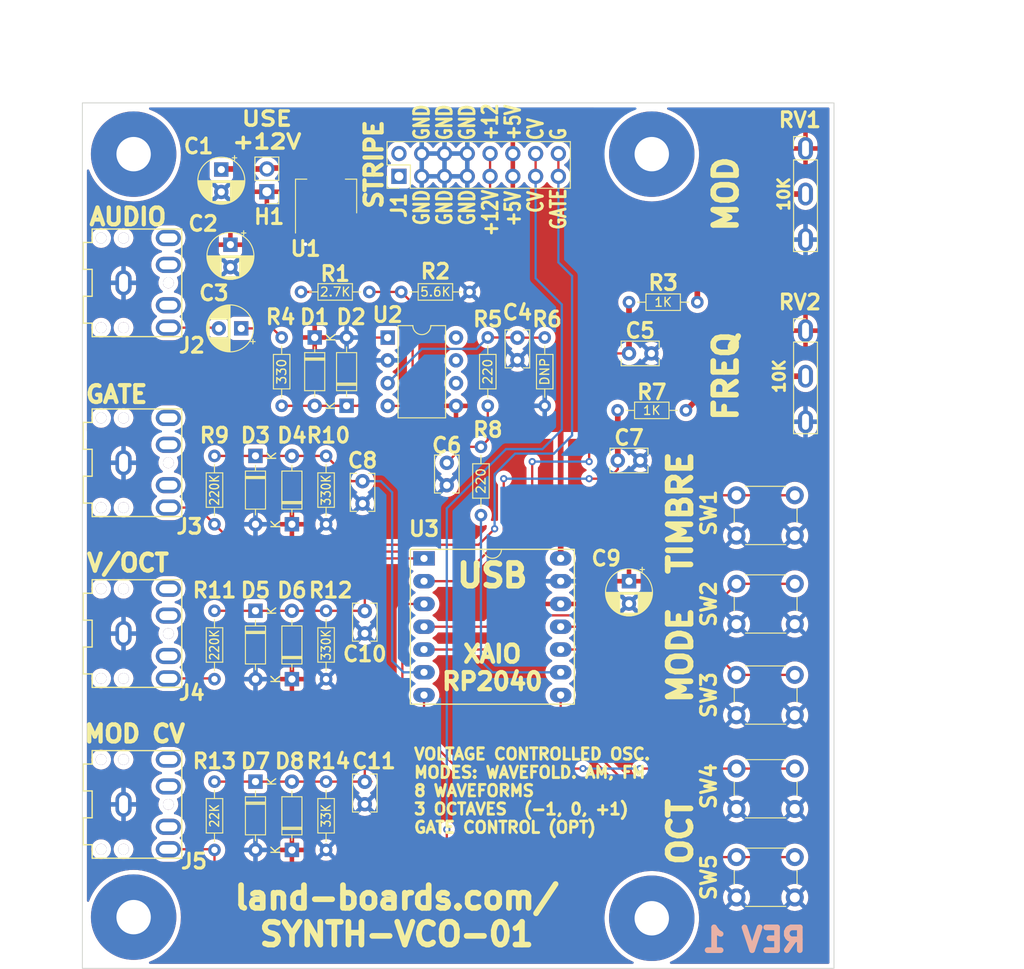
<source format=kicad_pcb>
(kicad_pcb (version 20211014) (generator pcbnew)
  (title_block (title "VOLTAGE CONTROLLED OSC") (date "2022-09-21") (rev "1") (company "LAND BOARDS, LLC"))
  (layers (0 "F.Cu" signal) (31 "B.Cu" signal) (34 "B.Paste" user) (35 "F.Paste" user) (36 "B.SilkS" user "B.Silkscreen") (37 "F.SilkS" user "F.Silkscreen") (38 "B.Mask" user) (39 "F.Mask" user) (44 "Edge.Cuts" user))
  (net 0 "")
  (net 1 "GND")
  (net 2 "+3V3")
  (net 4 "+5V")
  (net 5 "Net-(C3-Pad2)")
  (net 6 "/GATE_CTL")
  (net 7 "/FREQ_POT")
  (net 8 "/VPEROCT_CV")
  (net 9 "/MOD_POT")
  (net 10 "/MOD_CV")
  (net 11 "Net-(D1-Pad2)")
  (net 12 "/PRE_FILT")
  (net 13 "/AUD_OUT")
  (net 14 "/TIMBRE_PB")
  (net 15 "/MODE_UP_PB")
  (net 16 "/MODE_DN_PB")
  (net 18 "+12V")
  (net 19 "/CV")
  (net 20 "/GATE")
  (net 21 "/OCT_UP_PB")
  (net 22 "Net-(C1-Pad1)")
  (net 23 "Net-(C6-Pad1)")
  (net 24 "/OCT_DN_PB")
  (net 29 "/WAV")
  (net 30 "/V_OCT")
  (net 31 "Net-(R1-Pad1)")
  (net 32 "Net-(R3-Pad1)")
  (net 33 "Net-(R7-Pad1)")
  (footprint "Capacitor_THT:CP_Radial_D5.0mm_P2.50mm" (layer "F.Cu") (at 102.87 38.672888 -90)
    (fp_text reference "C2" (at -2.350888 3.048 180) (layer "F.SilkS") (effects (font (size 1.651 1.651) (thickness 0.34925))))
    (fp_text value "10uF")
    (pad "1" thru_hole rect (at 0 0 270) (size 1.6 1.6) (drill 0.8) (layers *.Cu *.Mask) (net 4 "+5V"))
    (pad "2" thru_hole circle (at 2.5 0 270) (size 1.6 1.6) (drill 0.8) (layers *.Cu *.Mask) (net 1 "GND"))
  )
  (footprint "Resistor_THT:R_Axial_DIN0204_L3.6mm_D1.6mm_P7.62mm_Horizontal" (layer "F.Cu") (at 101.092 69.85 90)
    (fp_text reference "R9" (at 9.906 0 180) (layer "F.SilkS") (effects (font (size 1.651 1.651) (thickness 0.34925))))
    (fp_text value "220K" (at 3.81 0 90) (layer "F.SilkS") (effects (font (size 1 0.889))))
    (pad "1" thru_hole circle (at 0 0 90) (size 1.4 1.4) (drill 0.7) (layers *.Cu *.Mask) (net 20 "/GATE"))
    (pad "2" thru_hole oval (at 7.62 0 90) (size 1.4 1.4) (drill 0.7) (layers *.Cu *.Mask) (net 6 "/GATE_CTL"))
  )
  (footprint "Capacitor_THT:CP_Radial_D5.0mm_P2.50mm" (layer "F.Cu") (at 147.32 76.2 -90)
    (fp_text reference "C9" (at -2.54 2.54 180) (layer "F.SilkS") (effects (font (size 1.651 1.651) (thickness 0.34925))))
    (fp_text value "10uF")
    (pad "1" thru_hole rect (at 0 0 270) (size 1.6 1.6) (drill 0.8) (layers *.Cu *.Mask) (net 2 "+3V3"))
    (pad "2" thru_hole circle (at 2.5 0 270) (size 1.6 1.6) (drill 0.8) (layers *.Cu *.Mask) (net 1 "GND"))
  )
  (footprint "Diode_THT:D_DO-35_SOD27_P7.62mm_Horizontal" (layer "F.Cu") (at 115.824 56.642 90)
    (fp_text reference "D2" (at 9.906 0.508) (layer "F.SilkS") (effects (font (size 1.651 1.651) (thickness 0.34925))))
    (fp_text value "BAT41")
    (fp_text user "K" (at 0 -1.8 90) (layer "F.SilkS"))
    (pad "1" thru_hole rect (at 0 0 90) (size 1.6 1.6) (drill 0.8) (layers *.Cu *.Mask) (net 11 "Net-(D1-Pad2)"))
    (pad "2" thru_hole oval (at 7.62 0 90) (size 1.6 1.6) (drill 0.8) (layers *.Cu *.Mask) (net 1 "GND"))
  )
  (footprint "LandBoards_MountHoles:MTG-6-32" (layer "F.Cu") (at 92.075 113.665)
    (fp_text reference "MTG2" hide)
    (fp_text value "MountingHole" hide)
    (pad "1" thru_hole circle locked (at 0 0) (size 9.525 9.525) (drill 3.8354) (layers *.Cu *.Mask) (clearance 0.508))
  )
  (footprint "LandBoards_Conns:Pot3" (layer "F.Cu") (at 167.005 48.26)
    (fp_text reference "RV2" (at -0.635 -3.175) (layer "F.SilkS") (effects (font (size 1.651 1.651) (thickness 0.34925))))
    (fp_text value "10K" (at -2.921 5.08 90) (layer "F.SilkS") (effects (font (size 1.27 1.27) (thickness 0.3175))))
    (pad "1" thru_hole oval locked (at 0 0) (size 1.651 2.54) (drill oval 0.762 1.778) (layers *.Cu *.Mask) (net 2 "+3V3"))
    (pad "2" thru_hole oval locked (at 0 5.08) (size 1.651 2.54) (drill oval 0.762 1.778) (layers *.Cu *.Mask) (net 33 "Net-(R7-Pad1)"))
    (pad "3" thru_hole oval locked (at 0 10.16) (size 1.651 2.54) (drill oval 0.762 1.778) (layers *.Cu *.Mask) (net 1 "GND"))
  )
  (footprint "Diode_THT:D_DO-35_SOD27_P7.62mm_Horizontal" (layer "F.Cu") (at 109.728 87.122 90)
    (fp_text reference "D6" (at 9.906 0) (layer "F.SilkS") (effects (font (size 1.651 1.651) (thickness 0.34925))))
    (fp_text value "BAT41")
    (fp_text user "K" (at 0 -1.8 90) (layer "F.SilkS"))
    (pad "1" thru_hole rect (at 0 0 90) (size 1.6 1.6) (drill 0.8) (layers *.Cu *.Mask) (net 2 "+3V3"))
    (pad "2" thru_hole oval (at 7.62 0 90) (size 1.6 1.6) (drill 0.8) (layers *.Cu *.Mask) (net 8 "/VPEROCT_CV"))
  )
  (footprint "Diode_THT:D_DO-35_SOD27_P7.62mm_Horizontal" (layer "F.Cu") (at 109.728 106.172 90)
    (fp_text reference "D8" (at 9.906 -0.254 180) (layer "F.SilkS") (effects (font (size 1.651 1.651) (thickness 0.34925))))
    (fp_text value "BAT41")
    (fp_text user "K" (at 0 -1.8 90) (layer "F.SilkS"))
    (pad "1" thru_hole rect (at 0 0 90) (size 1.6 1.6) (drill 0.8) (layers *.Cu *.Mask) (net 2 "+3V3"))
    (pad "2" thru_hole oval (at 7.62 0 90) (size 1.6 1.6) (drill 0.8) (layers *.Cu *.Mask) (net 10 "/MOD_CV"))
  )
  (footprint "LandBoards_MountHoles:MTG-6-32" (layer "F.Cu") (at 149.86 28.575)
    (fp_text reference "MTG3" hide)
    (fp_text value "MountingHole" hide)
    (pad "1" thru_hole circle locked (at 0 0) (size 9.525 9.525) (drill 3.8354) (layers *.Cu *.Mask) (clearance 0.508))
  )
  (footprint "Button_Switch_THT:SW_PUSH_6mm_H8.5mm" (layer "F.Cu") (at 159.31 76.49)
    (fp_text reference "SW2" (at -3.1 2.25 90) (layer "F.SilkS") (effects (font (size 1.651 1.651) (thickness 0.34925))))
    (fp_text value "SW_Push")
    (pad "1" thru_hole circle (at 6.5 0 90) (size 2 2) (drill 1.1) (layers *.Cu *.Mask) (net 15 "/MODE_UP_PB"))
    (pad "1" thru_hole circle (at 0 0 90) (size 2 2) (drill 1.1) (layers *.Cu *.Mask) (net 15 "/MODE_UP_PB"))
    (pad "2" thru_hole circle (at 0 4.5 90) (size 2 2) (drill 1.1) (layers *.Cu *.Mask) (net 1 "GND"))
    (pad "2" thru_hole circle (at 6.5 4.5 90) (size 2 2) (drill 1.1) (layers *.Cu *.Mask) (net 1 "GND"))
  )
  (footprint "Diode_THT:D_DO-35_SOD27_P7.62mm_Horizontal" (layer "F.Cu") (at 105.664 79.502 -90)
    (fp_text reference "D5" (at -2.286 0) (layer "F.SilkS") (effects (font (size 1.651 1.651) (thickness 0.34925))))
    (fp_text value "BAT41")
    (fp_text user "K" (at 0 -1.8 90) (layer "F.SilkS"))
    (pad "1" thru_hole rect (at 0 0 270) (size 1.6 1.6) (drill 0.8) (layers *.Cu *.Mask) (net 8 "/VPEROCT_CV"))
    (pad "2" thru_hole oval (at 7.62 0 270) (size 1.6 1.6) (drill 0.8) (layers *.Cu *.Mask) (net 1 "GND"))
  )
  (footprint "Button_Switch_THT:SW_PUSH_6mm_H8.5mm" (layer "F.Cu") (at 165.81 71.12 180)
    (fp_text reference "SW1" (at 9.6 2.54 90) (layer "F.SilkS") (effects (font (size 1.651 1.651) (thickness 0.34925))))
    (fp_text value "SW_Push")
    (pad "1" thru_hole circle (at 0 0 270) (size 2 2) (drill 1.1) (layers *.Cu *.Mask) (net 1 "GND"))
    (pad "1" thru_hole circle (at 6.5 0 270) (size 2 2) (drill 1.1) (layers *.Cu *.Mask) (net 1 "GND"))
    (pad "2" thru_hole circle (at 0 4.5 270) (size 2 2) (drill 1.1) (layers *.Cu *.Mask) (net 14 "/TIMBRE_PB"))
    (pad "2" thru_hole circle (at 6.5 4.5 270) (size 2 2) (drill 1.1) (layers *.Cu *.Mask) (net 14 "/TIMBRE_PB"))
  )
  (footprint "Resistor_THT:R_Axial_DIN0204_L3.6mm_D1.6mm_P7.62mm_Horizontal" (layer "F.Cu") (at 101.092 106.172 90)
    (fp_text reference "R13" (at 9.906 0 180) (layer "F.SilkS") (effects (font (size 1.651 1.651) (thickness 0.34925))))
    (fp_text value "22K" (at 3.81 0 90) (layer "F.SilkS") (effects (font (size 1 0.889))))
    (pad "1" thru_hole circle (at 0 0 90) (size 1.4 1.4) (drill 0.7) (layers *.Cu *.Mask) (net 19 "/CV"))
    (pad "2" thru_hole oval (at 7.62 0 90) (size 1.4 1.4) (drill 0.7) (layers *.Cu *.Mask) (net 10 "/MOD_CV"))
  )
  (footprint "Resistor_THT:R_Axial_DIN0204_L3.6mm_D1.6mm_P7.62mm_Horizontal" (layer "F.Cu") (at 154.94 45.085 180)
    (fp_text reference "R3" (at 3.81 2.159) (layer "F.SilkS") (effects (font (size 1.651 1.651) (thickness 0.34925))))
    (fp_text value "1K" (at 3.81 0) (layer "F.SilkS"))
    (pad "1" thru_hole circle (at 0 0 180) (size 1.4 1.4) (drill 0.7) (layers *.Cu *.Mask) (net 32 "Net-(R3-Pad1)"))
    (pad "2" thru_hole oval (at 7.62 0 180) (size 1.4 1.4) (drill 0.7) (layers *.Cu *.Mask) (net 9 "/MOD_POT"))
  )
  (footprint "Resistor_THT:R_Axial_DIN0204_L3.6mm_D1.6mm_P7.62mm_Horizontal" (layer "F.Cu") (at 118.364 43.942 180)
    (fp_text reference "R1" (at 3.81 2.032) (layer "F.SilkS") (effects (font (size 1.651 1.651) (thickness 0.34925))))
    (fp_text value "2.7K" (at 3.81 0) (layer "F.SilkS"))
    (pad "1" thru_hole circle (at 0 0 180) (size 1.4 1.4) (drill 0.7) (layers *.Cu *.Mask) (net 31 "Net-(R1-Pad1)"))
    (pad "2" thru_hole oval (at 7.62 0 180) (size 1.4 1.4) (drill 0.7) (layers *.Cu *.Mask) (net 11 "Net-(D1-Pad2)"))
  )
  (footprint "LandBoards_Conns:Jack_3.5mm_CUI_SJ1-3523N_Horizontal" (layer "F.Cu") (at 90.948 101.092 90)
    (fp_text reference "J5" (at -6.35 7.858 180) (layer "F.SilkS") (effects (font (size 1.651 1.651) (thickness 0.34925))))
    (fp_text value "AudioJack3" hide)
    (pad "90" thru_hole circle (at -5 -2.5 90) (size 1.2 1.2) (drill 1.2) (layers *.Cu *.Mask))
    (pad "90" thru_hole circle (at 0 5 90) (size 1.2 1.2) (drill 1.2) (layers *.Cu *.Mask))
    (pad "90" thru_hole circle (at 5 -2.5 90) (size 1.2 1.2) (drill 1.2) (layers *.Cu *.Mask))
    (pad "90" thru_hole circle (at 5 0 90) (size 1.2 1.2) (drill 1.2) (layers *.Cu *.Mask))
    (pad "90" thru_hole circle (at -5 0 90) (size 1.2 1.2) (drill 1.2) (layers *.Cu *.Mask))
    (pad "R" thru_hole oval (at 5 5 180) (size 2.8 1.8) (drill oval 2 1) (layers *.Cu *.Mask))
    (pad "RN" thru_hole oval (at 2 5 180) (size 2.8 1.8) (drill oval 2 1) (layers *.Cu *.Mask))
    (pad "S" thru_hole oval (at 0 0 90) (size 2.8 1.8) (drill oval 2 1) (layers *.Cu *.Mask) (net 1 "GND"))
    (pad "T" thru_hole oval (at -5 5 180) (size 2.8 1.8) (drill oval 2 1) (layers *.Cu *.Mask) (net 19 "/CV"))
    (pad "TN" thru_hole oval (at -2.5 5 180) (size 2.8 1.8) (drill oval 2 1) (layers *.Cu *.Mask))
  )
  (footprint "Capacitor_THT:C_Rect_L4.0mm_W2.5mm_P2.50mm" (layer "F.Cu") (at 117.602 65.044 -90)
    (fp_text reference "C8" (at -2.306 0 180) (layer "F.SilkS") (effects (font (size 1.651 1.651) (thickness 0.34925))))
    (fp_text value "0.01uF")
    (pad "1" thru_hole circle (at 0 0 270) (size 1.6 1.6) (drill 0.8) (layers *.Cu *.Mask) (net 6 "/GATE_CTL"))
    (pad "2" thru_hole circle (at 2.5 0 270) (size 1.6 1.6) (drill 0.8) (layers *.Cu *.Mask) (net 1 "GND"))
  )
  (footprint "Capacitor_THT:C_Rect_L4.0mm_W2.5mm_P2.50mm" (layer "F.Cu") (at 117.856 79.522 -90)
    (fp_text reference "C10" (at 4.806 0) (layer "F.SilkS") (effects (font (size 1.651 1.651) (thickness 0.34925))))
    (fp_text value "0.01uF")
    (pad "1" thru_hole circle (at 0 0 270) (size 1.6 1.6) (drill 0.8) (layers *.Cu *.Mask) (net 8 "/VPEROCT_CV"))
    (pad "2" thru_hole circle (at 2.5 0 270) (size 1.6 1.6) (drill 0.8) (layers *.Cu *.Mask) (net 1 "GND"))
  )
  (footprint "Button_Switch_THT:SW_PUSH_6mm_H8.5mm" (layer "F.Cu") (at 165.81 101.6 180)
    (fp_text reference "SW4" (at 9.6 2.54 90) (layer "F.SilkS") (effects (font (size 1.651 1.651) (thickness 0.34925))))
    (fp_text value "SW_Push")
    (pad "1" thru_hole circle (at 6.5 0 270) (size 2 2) (drill 1.1) (layers *.Cu *.Mask) (net 1 "GND"))
    (pad "1" thru_hole circle (at 0 0 270) (size 2 2) (drill 1.1) (layers *.Cu *.Mask) (net 1 "GND"))
    (pad "2" thru_hole circle (at 6.5 4.5 270) (size 2 2) (drill 1.1) (layers *.Cu *.Mask) (net 21 "/OCT_UP_PB"))
    (pad "2" thru_hole circle (at 0 4.5 270) (size 2 2) (drill 1.1) (layers *.Cu *.Mask) (net 21 "/OCT_UP_PB"))
  )
  (footprint "Diode_THT:D_DO-35_SOD27_P7.62mm_Horizontal" (layer "F.Cu") (at 105.664 62.23 -90)
    (fp_text reference "D3" (at -2.286 0 180) (layer "F.SilkS") (effects (font (size 1.651 1.651) (thickness 0.34925))))
    (fp_text value "BAT41")
    (fp_text user "K" (at 0 -1.8 90) (layer "F.SilkS"))
    (pad "1" thru_hole rect (at 0 0 270) (size 1.6 1.6) (drill 0.8) (layers *.Cu *.Mask) (net 6 "/GATE_CTL"))
    (pad "2" thru_hole oval (at 7.62 0 270) (size 1.6 1.6) (drill 0.8) (layers *.Cu *.Mask) (net 1 "GND"))
  )
  (footprint "Capacitor_THT:C_Rect_L4.0mm_W2.5mm_P2.50mm" (layer "F.Cu") (at 127 63 -90)
    (fp_text reference "C6" (at -1.945 0 180) (layer "F.SilkS") (effects (font (size 1.651 1.651) (thickness 0.34925))))
    (fp_text value "10nF")
    (pad "1" thru_hole circle (at 0 0 270) (size 1.6 1.6) (drill 0.8) (layers *.Cu *.Mask) (net 23 "Net-(C6-Pad1)"))
    (pad "2" thru_hole circle (at 2.5 0 270) (size 1.6 1.6) (drill 0.8) (layers *.Cu *.Mask) (net 1 "GND"))
  )
  (footprint "Resistor_THT:R_Axial_DIN0204_L3.6mm_D1.6mm_P7.62mm_Horizontal" (layer "F.Cu") (at 131.572 56.642 90)
    (fp_text reference "R5" (at 9.652 0 180) (layer "F.SilkS") (effects (font (size 1.651 1.651) (thickness 0.34925))))
    (fp_text value "220" (at 3.81 0 90) (layer "F.SilkS"))
    (pad "1" thru_hole circle (at 0 0 90) (size 1.4 1.4) (drill 0.7) (layers *.Cu *.Mask) (net 23 "Net-(C6-Pad1)"))
    (pad "2" thru_hole oval (at 7.62 0 90) (size 1.4 1.4) (drill 0.7) (layers *.Cu *.Mask) (net 12 "/PRE_FILT"))
  )
  (footprint "Resistor_THT:R_Axial_DIN0204_L3.6mm_D1.6mm_P7.62mm_Horizontal" (layer "F.Cu") (at 113.538 69.85 90)
    (fp_text reference "R10" (at 9.906 0.254 180) (layer "F.SilkS") (effects (font (size 1.651 1.651) (thickness 0.34925))))
    (fp_text value "330K" (at 3.81 0 90) (layer "F.SilkS") (effects (font (size 1 0.889))))
    (pad "1" thru_hole circle (at 0 0 90) (size 1.4 1.4) (drill 0.7) (layers *.Cu *.Mask) (net 1 "GND"))
    (pad "2" thru_hole oval (at 7.62 0 90) (size 1.4 1.4) (drill 0.7) (layers *.Cu *.Mask) (net 6 "/GATE_CTL"))
  )
  (footprint "Resistor_THT:R_Axial_DIN0204_L3.6mm_D1.6mm_P7.62mm_Horizontal" (layer "F.Cu") (at 101.092 87.122 90)
    (fp_text reference "R11" (at 9.906 0) (layer "F.SilkS") (effects (font (size 1.651 1.651) (thickness 0.34925))))
    (fp_text value "220K" (at 3.81 0 90) (layer "F.SilkS") (effects (font (size 1 0.889))))
    (pad "1" thru_hole circle (at 0 0 90) (size 1.4 1.4) (drill 0.7) (layers *.Cu *.Mask) (net 30 "/V_OCT"))
    (pad "2" thru_hole oval (at 7.62 0 90) (size 1.4 1.4) (drill 0.7) (layers *.Cu *.Mask) (net 8 "/VPEROCT_CV"))
  )
  (footprint "Capacitor_THT:C_Rect_L4.0mm_W2.5mm_P2.50mm" (layer "F.Cu") (at 117.856 98.572 -90)
    (fp_text reference "C11" (at -2.306 -1.016 180) (layer "F.SilkS") (effects (font (size 1.651 1.651) (thickness 0.34925))))
    (fp_text value "0.01uF")
    (pad "1" thru_hole circle (at 0 0 270) (size 1.6 1.6) (drill 0.8) (layers *.Cu *.Mask) (net 10 "/MOD_CV"))
    (pad "2" thru_hole circle (at 2.5 0 270) (size 1.6 1.6) (drill 0.8) (layers *.Cu *.Mask) (net 1 "GND"))
  )
  (footprint "Diode_THT:D_DO-35_SOD27_P7.62mm_Horizontal" (layer "F.Cu") (at 112.268 49.022 -90)
    (fp_text reference "D1" (at -2.286 0) (layer "F.SilkS") (effects (font (size 1.651 1.651) (thickness 0.34925))))
    (fp_text value "BAT41")
    (fp_text user "K" (at 0 -1.8 90) (layer "F.SilkS"))
    (pad "1" thru_hole rect (at 0 0 270) (size 1.6 1.6) (drill 0.8) (layers *.Cu *.Mask) (net 4 "+5V"))
    (pad "2" thru_hole oval (at 7.62 0 270) (size 1.6 1.6) (drill 0.8) (layers *.Cu *.Mask) (net 11 "Net-(D1-Pad2)"))
  )
  (footprint "Button_Switch_THT:SW_PUSH_6mm_H8.5mm" (layer "F.Cu") (at 159.31 86.65)
    (fp_text reference "SW3" (at -3.1 2.25 90) (layer "F.SilkS") (effects (font (size 1.651 1.651) (thickness 0.34925))))
    (fp_text value "SW_Push")
    (pad "1" thru_hole circle (at 0 0 90) (size 2 2) (drill 1.1) (layers *.Cu *.Mask) (net 16 "/MODE_DN_PB"))
    (pad "1" thru_hole circle (at 6.5 0 90) (size 2 2) (drill 1.1) (layers *.Cu *.Mask) (net 16 "/MODE_DN_PB"))
    (pad "2" thru_hole circle (at 0 4.5 90) (size 2 2) (drill 1.1) (layers *.Cu *.Mask) (net 1 "GND"))
    (pad "2" thru_hole circle (at 6.5 4.5 90) (size 2 2) (drill 1.1) (layers *.Cu *.Mask) (net 1 "GND"))
  )
  (footprint "Diode_THT:D_DO-35_SOD27_P7.62mm_Horizontal" (layer "F.Cu") (at 105.664 98.552 -90)
    (fp_text reference "D7" (at -2.286 0 180) (layer "F.SilkS") (effects (font (size 1.651 1.651) (thickness 0.34925))))
    (fp_text value "BAT41")
    (fp_text user "K" (at 0 -1.8 90) (layer "F.SilkS"))
    (pad "1" thru_hole rect (at 0 0 270) (size 1.6 1.6) (drill 0.8) (layers *.Cu *.Mask) (net 10 "/MOD_CV"))
    (pad "2" thru_hole oval (at 7.62 0 270) (size 1.6 1.6) (drill 0.8) (layers *.Cu *.Mask) (net 1 "GND"))
  )
  (footprint "Package_DIP:DIP-8_W7.62mm" (layer "F.Cu") (at 120.406 49.032)
    (fp_text reference "U2" (at -0.01 -2.55) (layer "F.SilkS") (effects (font (size 1.651 1.651) (thickness 0.34925))))
    (fp_text value "MCP6232")
    (pad "1" thru_hole rect (at 0 0) (size 1.6 1.6) (drill 0.8) (layers *.Cu *.Mask) (net 11 "Net-(D1-Pad2)"))
    (pad "2" thru_hole oval (at 0 2.54) (size 1.6 1.6) (drill 0.8) (layers *.Cu *.Mask) (net 1 "GND"))
    (pad "3" thru_hole oval (at 0 5.08) (size 1.6 1.6) (drill 0.8) (layers *.Cu *.Mask) (net 12 "/PRE_FILT"))
    (pad "4" thru_hole oval (at 0 7.62) (size 1.6 1.6) (drill 0.8) (layers *.Cu *.Mask) (net 31 "Net-(R1-Pad1)"))
    (pad "5" thru_hole oval (at 7.62 7.62) (size 1.6 1.6) (drill 0.8) (layers *.Cu *.Mask) (net 4 "+5V"))
    (pad "6" thru_hole oval (at 7.62 5.08) (size 1.6 1.6) (drill 0.8) (layers *.Cu *.Mask))
    (pad "7" thru_hole oval (at 7.62 2.54) (size 1.6 1.6) (drill 0.8) (layers *.Cu *.Mask))
    (pad "8" thru_hole oval (at 7.62 0) (size 1.6 1.6) (drill 0.8) (layers *.Cu *.Mask))
  )
  (footprint "Resistor_THT:R_Axial_DIN0204_L3.6mm_D1.6mm_P7.62mm_Horizontal" (layer "F.Cu") (at 108.585 49.022 -90)
    (fp_text reference "R4" (at -2.286 0.127) (layer "F.SilkS") (effects (font (size 1.651 1.651) (thickness 0.34925))))
    (fp_text value "330" (at 3.81 0 90) (layer "F.SilkS"))
    (pad "1" thru_hole circle (at 0 0 270) (size 1.4 1.4) (drill 0.7) (layers *.Cu *.Mask) (net 13 "/AUD_OUT"))
    (pad "2" thru_hole oval (at 7.62 0 270) (size 1.4 1.4) (drill 0.7) (layers *.Cu *.Mask) (net 11 "Net-(D1-Pad2)"))
  )
  (footprint "Diode_THT:D_DO-35_SOD27_P7.62mm_Horizontal" (layer "F.Cu") (at 109.728 69.85 90)
    (fp_text reference "D4" (at 9.906 0 180) (layer "F.SilkS") (effects (font (size 1.651 1.651) (thickness 0.34925))))
    (fp_text value "BAT41")
    (fp_text user "K" (at 0 -1.8 90) (layer "F.SilkS"))
    (pad "1" thru_hole rect (at 0 0 90) (size 1.6 1.6) (drill 0.8) (layers *.Cu *.Mask) (net 2 "+3V3"))
    (pad "2" thru_hole oval (at 7.62 0 90) (size 1.6 1.6) (drill 0.8) (layers *.Cu *.Mask) (net 6 "/GATE_CTL"))
  )
  (footprint "Capacitor_THT:C_Rect_L4.0mm_W2.5mm_P2.50mm" (layer "F.Cu") (at 134.874 49.042 -90)
    (fp_text reference "C4" (at -2.814 0 180) (layer "F.SilkS") (effects (font (size 1.651 1.651) (thickness 0.34925))))
    (fp_text value "10nF")
    (pad "1" thru_hole circle (at 0 0 270) (size 1.6 1.6) (drill 0.8) (layers *.Cu *.Mask) (net 12 "/PRE_FILT"))
    (pad "2" thru_hole circle (at 2.5 0 270) (size 1.6 1.6) (drill 0.8) (layers *.Cu *.Mask) (net 1 "GND"))
  )
  (footprint "Connector_PinHeader_2.54mm:PinHeader_2x08_P2.54mm_Vertical" (layer "F.Cu") (at 121.666 31.05 90)
    (fp_text reference "J1" (at -3.24 0 270) (layer "F.SilkS") (effects (font (size 1.5875 1.5875) (thickness 0.34925))))
    (fp_text value "Conn_02x08_Odd_Even")
    (pad "1" thru_hole rect (at 0 0 90) (size 1.7 1.7) (drill 1) (layers *.Cu *.Mask))
    (pad "2" thru_hole oval (at 2.54 0 90) (size 1.7 1.7) (drill 1) (layers *.Cu *.Mask))
    (pad "3" thru_hole oval (at 0 2.54 90) (size 1.7 1.7) (drill 1) (layers *.Cu *.Mask) (net 1 "GND"))
    (pad "4" thru_hole oval (at 2.54 2.54 90) (size 1.7 1.7) (drill 1) (layers *.Cu *.Mask) (net 1 "GND"))
    (pad "5" thru_hole oval (at 0 5.08 90) (size 1.7 1.7) (drill 1) (layers *.Cu *.Mask) (net 1 "GND"))
    (pad "6" thru_hole oval (at 2.54 5.08 90) (size 1.7 1.7) (drill 1) (layers *.Cu *.Mask) (net 1 "GND"))
    (pad "7" thru_hole oval (at 0 7.62 90) (size 1.7 1.7) (drill 1) (layers *.Cu *.Mask) (net 1 "GND"))
    (pad "8" thru_hole oval (at 2.54 7.62 90) (size 1.7 1.7) (drill 1) (layers *.Cu *.Mask) (net 1 "GND"))
    (pad "9" thru_hole oval (at 0 10.16 90) (size 1.7 1.7) (drill 1) (layers *.Cu *.Mask) (net 18 "+12V"))
    (pad "10" thru_hole oval (at 2.54 10.16 90) (size 1.7 1.7) (drill 1) (layers *.Cu *.Mask) (net 18 "+12V"))
    (pad "11" thru_hole oval (at 0 12.7 90) (size 1.7 1.7) (drill 1) (layers *.Cu *.Mask) (net 4 "+5V"))
    (pad "12" thru_hole oval (at 2.54 12.7 90) (size 1.7 1.7) (drill 1) (layers *.Cu *.Mask) (net 4 "+5V"))
    (pad "13" thru_hole oval (at 0 15.24 90) (size 1.7 1.7) (drill 1) (layers *.Cu *.Mask) (net 19 "/CV"))
    (pad "14" thru_hole oval (at 2.54 15.24 90) (size 1.7 1.7) (drill 1) (layers *.Cu *.Mask) (net 19 "/CV"))
    (pad "15" thru_hole oval (at 0 17.78 90) (size 1.7 1.7) (drill 1) (layers *.Cu *.Mask) (net 20 "/GATE"))
    (pad "16" thru_hole oval (at 2.54 17.78 90) (size 1.7 1.7) (drill 1) (layers *.Cu *.Mask) (net 20 "/GATE"))
  )
  (footprint "Resistor_THT:R_Axial_DIN0204_L3.6mm_D1.6mm_P7.62mm_Horizontal" (layer "F.Cu") (at 153.67 57.15 180)
    (fp_text reference "R7" (at 3.81 2.032) (layer "F.SilkS") (effects (font (size 1.651 1.651) (thickness 0.34925))))
    (fp_text value "1K" (at 3.81 0) (layer "F.SilkS"))
    (pad "1" thru_hole circle (at 0 0 180) (size 1.4 1.4) (drill 0.7) (layers *.Cu *.Mask) (net 33 "Net-(R7-Pad1)"))
    (pad "2" thru_hole oval (at 7.62 0 180) (size 1.4 1.4) (drill 0.7) (layers *.Cu *.Mask) (net 7 "/FREQ_POT"))
  )
  (footprint "LandBoards_BoardOutlines:QT_Py" (layer "F.Cu") (at 124.46 73.66)
    (fp_text reference "U3" (at 0 -3.302) (layer "F.SilkS") (effects (font (size 1.651 1.651) (thickness 0.34925))))
    (fp_text value "XIAO_RP2040")
    (pad "1" thru_hole rect (at 0 0) (size 2.4 1.6) (drill 0.8) (layers *.Cu *.Mask) (net 8 "/VPEROCT_CV"))
    (pad "2" thru_hole oval (at 0 2.54) (size 2.4 1.6) (drill 0.8) (layers *.Cu *.Mask) (net 7 "/FREQ_POT"))
    (pad "3" thru_hole oval (at 0 5.08) (size 2.4 1.6) (drill 0.8) (layers *.Cu *.Mask) (net 10 "/MOD_CV"))
    (pad "4" thru_hole oval (at 0 7.62) (size 2.4 1.6) (drill 0.8) (layers *.Cu *.Mask) (net 9 "/MOD_POT"))
    (pad "5" thru_hole oval (at 0 10.16) (size 2.4 1.6) (drill 0.8) (layers *.Cu *.Mask) (net 14 "/TIMBRE_PB"))
    (pad "6" thru_hole oval (at 0 12.7) (size 2.4 1.6) (drill 0.8) (layers *.Cu *.Mask) (net 6 "/GATE_CTL"))
    (pad "7" thru_hole oval (at 0 15.24) (size 2.4 1.6) (drill 0.8) (layers *.Cu *.Mask) (net 21 "/OCT_UP_PB"))
    (pad "8" thru_hole oval (at 15.24 15.24) (size 2.4 1.6) (drill 0.8) (layers *.Cu *.Mask) (net 24 "/OCT_DN_PB"))
    (pad "9" thru_hole oval (at 15.24 12.7) (size 2.4 1.6) (drill 0.8) (layers *.Cu *.Mask) (net 29 "/WAV"))
    (pad "10" thru_hole oval (at 15.24 10.16) (size 2.4 1.6) (drill 0.8) (layers *.Cu *.Mask) (net 16 "/MODE_DN_PB"))
    (pad "11" thru_hole oval (at 15.24 7.62) (size 2.4 1.6) (drill 0.8) (layers *.Cu *.Mask) (net 15 "/MODE_UP_PB"))
    (pad "12" thru_hole oval (at 15.24 5.08) (size 2.4 1.6) (drill 0.8) (layers *.Cu *.Mask) (net 2 "+3V3"))
    (pad "13" thru_hole oval (at 15.24 2.54) (size 2.4 1.6) (drill 0.8) (layers *.Cu *.Mask) (net 1 "GND"))
    (pad "14" thru_hole oval (at 15.24 0) (size 2.4 1.6) (drill 0.8) (layers *.Cu *.Mask) (net 4 "+5V"))
  )
  (footprint "Connector_PinHeader_2.54mm:PinHeader_1x02_P2.54mm_Vertical" (layer "F.Cu") (at 106.934 32.771 180)
    (fp_text reference "H1" (at -0.254 -2.789) (layer "F.SilkS") (effects (font (size 1.651 1.651) (thickness 0.34925))))
    (fp_text value "Conn_01x02")
    (pad "1" thru_hole rect (at 0 0 180) (size 1.7 1.7) (drill 1) (layers *.Cu *.Mask) (net 4 "+5V"))
    (pad "2" thru_hole oval (at 0 2.54 180) (size 1.7 1.7) (drill 1) (layers *.Cu *.Mask) (net 22 "Net-(C1-Pad1)"))
  )
  (footprint "LandBoards_MountHoles:MTG-6-32" (layer "F.Cu") (at 149.86 113.792)
    (fp_text reference "MTG4" hide)
    (fp_text value "MountingHole" hide)
    (pad "1" thru_hole circle locked (at 0 0) (size 9.525 9.525) (drill 3.8354) (layers *.Cu *.Mask) (clearance 0.508))
  )
  (footprint "LandBoards_MountHoles:MTG-6-32" (layer "F.Cu") (at 92.075 28.575)
    (fp_text reference "MTG1" hide)
    (fp_text value "MountingHole" hide)
    (pad "1" thru_hole circle locked (at 0 0) (size 9.525 9.525) (drill 3.8354) (layers *.Cu *.Mask) (clearance 0.508))
  )
  (footprint "Resistor_THT:R_Axial_DIN0204_L3.6mm_D1.6mm_P7.62mm_Horizontal" (layer "F.Cu") (at 113.538 106.172 90)
    (fp_text reference "R14" (at 9.906 0.254 180) (layer "F.SilkS") (effects (font (size 1.651 1.651) (thickness 0.34925))))
    (fp_text value "33K" (at 3.81 0 90) (layer "F.SilkS") (effects (font (size 1 0.889))))
    (pad "1" thru_hole circle (at 0 0 90) (size 1.4 1.4) (drill 0.7) (layers *.Cu *.Mask) (net 1 "GND"))
    (pad "2" thru_hole oval (at 7.62 0 90) (size 1.4 1.4) (drill 0.7) (layers *.Cu *.Mask) (net 10 "/MOD_CV"))
  )
  (footprint "Capacitor_THT:C_Rect_L4.0mm_W2.5mm_P2.50mm" (layer "F.Cu") (at 147.32 50.8)
    (fp_text reference "C5" (at 1.25 -2.54) (layer "F.SilkS") (effects (font (size 1.651 1.651) (thickness 0.34925))))
    (fp_text value "0.1uF")
    (pad "1" thru_hole circle (at 0 0) (size 1.6 1.6) (drill 0.8) (layers *.Cu *.Mask) (net 9 "/MOD_POT"))
    (pad "2" thru_hole circle (at 2.5 0) (size 1.6 1.6) (drill 0.8) (layers *.Cu *.Mask) (net 1 "GND"))
  )
  (footprint "Resistor_THT:R_Axial_DIN0204_L3.6mm_D1.6mm_P7.62mm_Horizontal" (layer "F.Cu") (at 129.54 43.942 180)
    (fp_text reference "R2" (at 3.81 2.286) (layer "F.SilkS") (effects (font (size 1.651 1.651) (thickness 0.34925))))
    (fp_text value "5.6K" (at 3.81 0) (layer "F.SilkS"))
    (pad "1" thru_hole circle (at 0 0 180) (size 1.4 1.4) (drill 0.7) (layers *.Cu *.Mask) (net 1 "GND"))
    (pad "2" thru_hole oval (at 7.62 0 180) (size 1.4 1.4) (drill 0.7) (layers *.Cu *.Mask) (net 31 "Net-(R1-Pad1)"))
  )
  (footprint "Button_Switch_THT:SW_PUSH_6mm_H8.5mm" (layer "F.Cu") (at 159.31 106.97)
    (fp_text reference "SW5" (at -3.1 2.25 90) (layer "F.SilkS") (effects (font (size 1.651 1.651) (thickness 0.34925))))
    (fp_text value "SW_Push")
    (pad "1" thru_hole circle (at 6.5 0 90) (size 2 2) (drill 1.1) (layers *.Cu *.Mask) (net 24 "/OCT_DN_PB"))
    (pad "1" thru_hole circle (at 0 0 90) (size 2 2) (drill 1.1) (layers *.Cu *.Mask) (net 24 "/OCT_DN_PB"))
    (pad "2" thru_hole circle (at 6.5 4.5 90) (size 2 2) (drill 1.1) (layers *.Cu *.Mask) (net 1 "GND"))
    (pad "2" thru_hole circle (at 0 4.5 90) (size 2 2) (drill 1.1) (layers *.Cu *.Mask) (net 1 "GND"))
  )
  (footprint "LandBoards_Conns:Pot3" (layer "F.Cu") (at 167.005 27.945)
    (fp_text reference "RV1" (at -0.635 -3.18) (layer "F.SilkS") (effects (font (size 1.651 1.651) (thickness 0.34925))))
    (fp_text value "10K" (at -2.413 5.075 90) (layer "F.SilkS") (effects (font (size 1.27 1.27) (thickness 0.3175))))
    (pad "1" thru_hole oval locked (at 0 0) (size 1.651 2.54) (drill oval 0.762 1.778) (layers *.Cu *.Mask) (net 2 "+3V3"))
    (pad "2" thru_hole oval locked (at 0 5.08) (size 1.651 2.54) (drill oval 0.762 1.778) (layers *.Cu *.Mask) (net 32 "Net-(R3-Pad1)"))
    (pad "3" thru_hole oval locked (at 0 10.16) (size 1.651 2.54) (drill oval 0.762 1.778) (layers *.Cu *.Mask) (net 1 "GND"))
  )
  (footprint "Resistor_THT:R_Axial_DIN0204_L3.6mm_D1.6mm_P7.62mm_Horizontal" (layer "F.Cu") (at 137.922 49.022 -90)
    (fp_text reference "R6" (at -2.032 -0.254 180) (layer "F.SilkS") (effects (font (size 1.651 1.651) (thickness 0.34925))))
    (fp_text value "DNP" (at 3.81 0 90) (layer "F.SilkS"))
    (pad "1" thru_hole circle (at 0 0 270) (size 1.4 1.4) (drill 0.7) (layers *.Cu *.Mask) (net 12 "/PRE_FILT"))
    (pad "2" thru_hole oval (at 7.62 0 270) (size 1.4 1.4) (drill 0.7) (layers *.Cu *.Mask) (net 1 "GND"))
  )
  (footprint "Resistor_THT:R_Axial_DIN0204_L3.6mm_D1.6mm_P7.62mm_Horizontal" (layer "F.Cu") (at 130.81 68.834 90)
    (fp_text reference "R8" (at 9.525 0.762 180) (layer "F.SilkS") (effects (font (size 1.651 1.651) (thickness 0.34925))))
    (fp_text value "220" (at 3.81 0 90) (layer "F.SilkS"))
    (pad "1" thru_hole circle (at 0 0 90) (size 1.4 1.4) (drill 0.7) (layers *.Cu *.Mask) (net 29 "/WAV"))
    (pad "2" thru_hole oval (at 7.62 0 90) (size 1.4 1.4) (drill 0.7) (layers *.Cu *.Mask) (net 23 "Net-(C6-Pad1)"))
  )
  (footprint "LandBoards_Conns:Jack_3.5mm_CUI_SJ1-3523N_Horizontal" (layer "F.Cu") (at 90.948 62.992 90)
    (fp_text reference "J3" (at -7.112 7.35 180) (layer "F.SilkS") (effects (font (size 1.651 1.651) (thickness 0.34925))))
    (fp_text value "AudioJack3" hide)
    (pad "90" thru_hole circle (at -5 -2.5 90) (size 1.2 1.2) (drill 1.2) (layers *.Cu *.Mask))
    (pad "90" thru_hole circle (at 5 0 90) (size 1.2 1.2) (drill 1.2) (layers *.Cu *.Mask))
    (pad "90" thru_hole circle (at 5 -2.5 90) (size 1.2 1.2) (drill 1.2) (layers *.Cu *.Mask))
    (pad "90" thru_hole circle (at 0 5 90) (size 1.2 1.2) (drill 1.2) (layers *.Cu *.Mask))
    (pad "90" thru_hole circle (at -5 0 90) (size 1.2 1.2) (drill 1.2) (layers *.Cu *.Mask))
    (pad "R" thru_hole oval (at 5 5 180) (size 2.8 1.8) (drill oval 2 1) (layers *.Cu *.Mask))
    (pad "RN" thru_hole oval (at 2 5 180) (size 2.8 1.8) (drill oval 2 1) (layers *.Cu *.Mask))
    (pad "S" thru_hole oval (at 0 0 90) (size 2.8 1.8) (drill oval 2 1) (layers *.Cu *.Mask) (net 1 "GND"))
    (pad "T" thru_hole oval (at -5 5 180) (size 2.8 1.8) (drill oval 2 1) (layers *.Cu *.Mask) (net 20 "/GATE"))
    (pad "TN" thru_hole oval (at -2.5 5 180) (size 2.8 1.8) (drill oval 2 1) (layers *.Cu *.Mask))
  )
  (footprint "Capacitor_THT:CP_Radial_D5.0mm_P2.50mm" (layer "F.Cu") (at 104.075113 48.006 180)
    (fp_text reference "C3" (at 3.048 3.937) (layer "F.SilkS") (effects (font (size 1.651 1.651) (thickness 0.34925))))
    (fp_text value "10uF")
    (pad "1" thru_hole rect (at 0 0 180) (size 1.6 1.6) (drill 0.8) (layers *.Cu *.Mask) (net 13 "/AUD_OUT"))
    (pad "2" thru_hole circle (at 2.5 0 180) (size 1.6 1.6) (drill 0.8) (layers *.Cu *.Mask) (net 5 "Net-(C3-Pad2)"))
  )
  (footprint "LandBoards_Conns:Jack_3.5mm_CUI_SJ1-3523N_Horizontal" (layer "F.Cu") (at 90.948 82.042 90)
    (fp_text reference "J4" (at -6.604 7.604 180) (layer "F.SilkS") (effects (font (size 1.651 1.651) (thickness 0.34925))))
    (fp_text value "AudioJack3" hide)
    (pad "90" thru_hole circle (at 5 -2.5 90) (size 1.2 1.2) (drill 1.2) (layers *.Cu *.Mask))
    (pad "90" thru_hole circle (at 5 0 90) (size 1.2 1.2) (drill 1.2) (layers *.Cu *.Mask))
    (pad "90" thru_hole circle (at 0 5 90) (size 1.2 1.2) (drill 1.2) (layers *.Cu *.Mask))
    (pad "90" thru_hole circle (at -5 0 90) (size 1.2 1.2) (drill 1.2) (layers *.Cu *.Mask))
    (pad "90" thru_hole circle (at -5 -2.5 90) (size 1.2 1.2) (drill 1.2) (layers *.Cu *.Mask))
    (pad "R" thru_hole oval (at 5 5 180) (size 2.8 1.8) (drill oval 2 1) (layers *.Cu *.Mask))
    (pad "RN" thru_hole oval (at 2 5 180) (size 2.8 1.8) (drill oval 2 1) (layers *.Cu *.Mask))
    (pad "S" thru_hole oval (at 0 0 90) (size 2.8 1.8) (drill oval 2 1) (layers *.Cu *.Mask) (net 1 "GND"))
    (pad "T" thru_hole oval (at -5 5 180) (size 2.8 1.8) (drill oval 2 1) (layers *.Cu *.Mask) (net 30 "/V_OCT"))
    (pad "TN" thru_hole oval (at -2.5 5 180) (size 2.8 1.8) (drill oval 2 1) (layers *.Cu *.Mask))
  )
  (footprint "Capacitor_THT:CP_Radial_D5.0mm_P2.50mm" (layer "F.Cu") (at 101.854 30.290888 -90)
    (fp_text reference "C1" (at -2.604888 2.54 180) (layer "F.SilkS") (effects (font (size 1.651 1.651) (thickness 0.34925))))
    (fp_text value "10uF")
    (pad "1" thru_hole rect (at 0 0 270) (size 1.6 1.6) (drill 0.8) (layers *.Cu *.Mask) (net 22 "Net-(C1-Pad1)"))
    (pad "2" thru_hole circle (at 2.5 0 270) (size 1.6 1.6) (drill 0.8) (layers *.Cu *.Mask) (net 1 "GND"))
  )
  (footprint "LandBoards_Conns:Jack_3.5mm_CUI_SJ1-3523N_Horizontal" (layer "F.Cu") (at 90.948 42.926 90)
    (fp_text reference "J2" (at -6.985 7.62 180) (layer "F.SilkS") (effects (font (size 1.651 1.651) (thickness 0.34925))))
    (fp_text value "AudioJack3" hide)
    (pad "90" thru_hole circle (at 5 0 90) (size 1.2 1.2) (drill 1.2) (layers *.Cu *.Mask))
    (pad "90" thru_hole circle (at 5 -2.5 90) (size 1.2 1.2) (drill 1.2) (layers *.Cu *.Mask))
    (pad "90" thru_hole circle (at -5 0 90) (size 1.2 1.2) (drill 1.2) (layers *.Cu *.Mask))
    (pad "90" thru_hole circle (at 0 5 90) (size 1.2 1.2) (drill 1.2) (layers *.Cu *.Mask))
    (pad "90" thru_hole circle (at -5 -2.5 90) (size 1.2 1.2) (drill 1.2) (layers *.Cu *.Mask))
    (pad "R" thru_hole oval (at 5 5 180) (size 2.8 1.8) (drill oval 2 1) (layers *.Cu *.Mask))
    (pad "RN" thru_hole oval (at 2 5 180) (size 2.8 1.8) (drill oval 2 1) (layers *.Cu *.Mask))
    (pad "S" thru_hole oval (at 0 0 90) (size 2.8 1.8) (drill oval 2 1) (layers *.Cu *.Mask) (net 1 "GND"))
    (pad "T" thru_hole oval (at -5 5 180) (size 2.8 1.8) (drill oval 2 1) (layers *.Cu *.Mask) (net 5 "Net-(C3-Pad2)"))
    (pad "TN" thru_hole oval (at -2.5 5 180) (size 2.8 1.8) (drill oval 2 1) (layers *.Cu *.Mask))
  )
  (footprint "Resistor_THT:R_Axial_DIN0204_L3.6mm_D1.6mm_P7.62mm_Horizontal" (layer "F.Cu") (at 113.538 87.122 90)
    (fp_text reference "R12" (at 9.906 0.508) (layer "F.SilkS") (effects (font (size 1.651 1.651) (thickness 0.34925))))
    (fp_text value "330K" (at 3.81 0 90) (layer "F.SilkS") (effects (font (size 1 0.889))))
    (pad "1" thru_hole circle (at 0 0 90) (size 1.4 1.4) (drill 0.7) (layers *.Cu *.Mask) (net 1 "GND"))
    (pad "2" thru_hole oval (at 7.62 0 90) (size 1.4 1.4) (drill 0.7) (layers *.Cu *.Mask) (net 8 "/VPEROCT_CV"))
  )
  (footprint "Package_TO_SOT_SMD:SOT-223" (layer "F.Cu") (at 113.538 33.274 90)
    (fp_text reference "U1" (at -5.842 -2.286 180) (layer "F.SilkS") (effects (font (size 1.651 1.651) (thickness 0.34925))))
    (fp_text value "AZ1117-5")
    (pad "1" smd rect (at -3.15 -2.3 90) (size 2 1.5) (layers "F.Cu" "F.Paste" "F.Mask") (net 1 "GND"))
    (pad "2" smd rect (at -3.15 0 90) (size 2 1.5) (layers "F.Cu" "F.Paste" "F.Mask") (net 22 "Net-(C1-Pad1)"))
    (pad "3" smd rect (at -3.15 2.3 90) (size 2 1.5) (layers "F.Cu" "F.Paste" "F.Mask") (net 18 "+12V"))
    (pad "4" smd rect (at 3.15 0 90) (size 2 3.8) (layers "F.Cu" "F.Paste" "F.Mask") (net 22 "Net-(C1-Pad1)"))
  )
  (footprint "Capacitor_THT:C_Rect_L4.0mm_W2.5mm_P2.50mm" (layer "F.Cu") (at 146.07 62.738)
    (fp_text reference "C7" (at 1.25 -2.54) (layer "F.SilkS") (effects (font (size 1.651 1.651) (thickness 0.34925))))
    (fp_text value "0.1uF")
    (pad "1" thru_hole circle (at 0 0) (size 1.6 1.6) (drill 0.8) (layers *.Cu *.Mask) (net 7 "/FREQ_POT"))
    (pad "2" thru_hole circle (at 2.5 0) (size 1.6 1.6) (drill 0.8) (layers *.Cu *.Mask) (net 1 "GND"))
  )
  (gr_rect (start 86.36 22.86) (end 170.18 119.38) (layer "Edge.Cuts") (width 0.1) (fill none))
  (gr_text "REV 1" (at 161.29 116.205) (layer "B.SilkS") (effects (font (size 2.54 2.54) (thickness 0.635)) (justify mirror)))
  (gr_text "XAIO\nRP2040" (at 132.08 85.852) (layer "F.SilkS") (effects (font (size 1.905 1.905) (thickness 0.47625))))
  (gr_text "STRIPE" (at 118.872 29.718 90) (layer "F.SilkS") (effects (font (size 1.905 1.905) (thickness 0.47625))))
  (gr_text "MOD" (at 158.115 33.02 90) (layer "F.SilkS") (effects (font (size 2.54 2.54) (thickness 0.635))))
  (gr_text "GND" (at 126.746 27.178 90) (layer "F.SilkS") (effects (font (size 1.651 1.27) (thickness 0.3175)) (justify left)))
  (gr_text "GND" (at 129.286 27.178 90) (layer "F.SilkS") (effects (font (size 1.651 1.27) (thickness 0.3175)) (justify left)))
  (gr_text "GATE" (at 90.17 55.372) (layer "F.SilkS") (effects (font (size 1.8796 1.905) (thickness 0.4699))))
  (gr_text "CV" (at 136.906 32.512 90) (layer "F.SilkS") (effects (font (size 1.651 1.27) (thickness 0.3175)) (justify right)))
  (gr_text "AUDIO" (at 91.44 35.56) (layer "F.SilkS") (effects (font (size 1.8796 1.905) (thickness 0.4699))))
  (gr_text "+5V" (at 134.366 27.18 90) (layer "F.SilkS") (effects (font (size 1.651 1.27) (thickness 0.3175)) (justify left)))
  (gr_text "OCT" (at 153.035 104.14 90) (layer "F.SilkS") (effects (font (size 2.54 2.54) (thickness 0.635))))
  (gr_text "land-boards.com/\nSYNTH-VCO-01" (at 121.412 113.538) (layer "F.SilkS") (effects (font (size 2.54 2.54) (thickness 0.635))))
  (gr_text "GND" (at 124.206 32.38 90) (layer "F.SilkS") (effects (font (size 1.651 1.27) (thickness 0.3175)) (justify right)))
  (gr_text "V/OCT" (at 91.44 74.168) (layer "F.SilkS") (effects (font (size 1.905 1.905) (thickness 0.47625))))
  (gr_text "+12V" (at 131.856 32.38 90) (layer "F.SilkS") (effects (font (size 1.651 1.27) (thickness 0.3175)) (justify right)))
  (gr_text "TIMBRE" (at 153.035 68.58 90) (layer "F.SilkS") (effects (font (size 2.54 2.54) (thickness 0.635))))
  (gr_text "+5V" (at 134.366 32.512 90) (layer "F.SilkS") (effects (font (size 1.651 1.27) (thickness 0.3175)) (justify right)))
  (gr_text "GND" (at 129.286 32.38 90) (layer "F.SilkS") (effects (font (size 1.651 1.27) (thickness 0.3175)) (justify right)))
  (gr_text "GATE" (at 139.446 32.258 90) (layer "F.SilkS") (effects (font (size 1.651 1.27) (thickness 0.3175)) (justify right)))
  (gr_text "MOD CV" (at 92.202 93.218) (layer "F.SilkS") (effects (font (size 1.905 1.905) (thickness 0.47625))))
  (gr_text "CV" (at 136.906 27.178 90) (layer "F.SilkS") (effects (font (size 1.651 1.27) (thickness 0.3175)) (justify left)))
  (gr_text "USB" (at 132.08 75.565) (layer "F.SilkS") (effects (font (size 2.54 2.54) (thickness 0.635))))
  (gr_text "FREQ" (at 158.115 53.34 90) (layer "F.SilkS") (effects (font (size 2.54 2.54) (thickness 0.635))))
  (gr_text "+12" (at 131.826 27.18 90) (layer "F.SilkS") (effects (font (size 1.651 1.27) (thickness 0.3175)) (justify left)))
  (gr_text "GND" (at 124.206 27.178 90) (layer "F.SilkS") (effects (font (size 1.651 1.27) (thickness 0.3175)) (justify left)))
  (gr_text "MODE" (at 153.035 84.455 90) (layer "F.SilkS") (effects (font (size 2.54 2.54) (thickness 0.635))))
  (gr_text "VOLTAGE CONTROLLED OSC.\nMODES: WAVEFOLD. AM, FM\n8 WAVEFORMS\n3 OCTAVES  (-1, 0, +1)\nGATE CONTROL (OPT)" (at 123.19 99.568) (layer "F.SilkS") (effects (font (size 1.27 1.27) (thickness 0.3175)) (justify left)))
  (gr_text "GND" (at 126.746 32.38 90) (layer "F.SilkS") (effects (font (size 1.651 1.27) (thickness 0.3175)) (justify right)))
  (gr_text "G" (at 139.446 27.178 90) (layer "F.SilkS") (effects (font (size 1.651 1.27) (thickness 0.3175)) (justify left)))
  (gr_text "USE\n+12V" (at 106.934 25.908) (layer "F.SilkS") (effects (font (size 1.5875 1.905) (thickness 0.381))))
  (segment (start 111.238 38.622) (end 111.238 36.424) (width 0.254) (layer "F.Cu") (net 1))
  (via (at 111.238 38.622) (size 0.8) (drill 0.4) (layers "F.Cu" "B.Cu") (net 1))
  (segment (start 144.145 76.2) (end 147.32 76.2) (width 0.254) (layer "F.Cu") (net 2))
  (segment (start 141.605 78.74) (end 144.145 76.2) (width 0.254) (layer "F.Cu") (net 2))
  (segment (start 139.7 78.74) (end 141.605 78.74) (width 0.254) (layer "F.Cu") (net 2))
  (segment (start 139.7 73.66) (end 139.7 58.42) (width 0.635) (layer "F.Cu") (net 4))
  (segment (start 95.948 47.926) (end 101.495113 47.926) (width 0.254) (layer "F.Cu") (net 5))
  (segment (start 109.728 62.23) (end 113.538 62.23) (width 0.254) (layer "F.Cu") (net 6))
  (segment (start 101.092 62.23) (end 109.982 62.23) (width 0.254) (layer "F.Cu") (net 6))
  (segment (start 116.352 65.044) (end 113.538 62.23) (width 0.254) (layer "F.Cu") (net 6))
  (segment (start 117.602 65.044) (end 116.352 65.044) (width 0.254) (layer "F.Cu") (net 6))
  (segment (start 124.46 86.36) (end 122.174 86.36) (width 0.254) (layer "B.Cu") (net 6))
  (segment (start 122.174 86.36) (end 120.904 85.09) (width 0.254) (layer "B.Cu") (net 6))
  (segment (start 120.904 85.09) (end 120.904 66.294) (width 0.254) (layer "B.Cu") (net 6))
  (segment (start 117.602 65.044) (end 119.654 65.044) (width 0.254) (layer "B.Cu") (net 6))
  (segment (start 119.654 65.044) (end 120.904 66.294) (width 0.254) (layer "B.Cu") (net 6))
  (segment (start 142.875 64.77) (end 145.034 64.77) (width 0.254) (layer "F.Cu") (net 7))
  (segment (start 133.35 71.12) (end 133.35 64.77) (width 0.254) (layer "F.Cu") (net 7))
  (segment (start 124.46 76.2) (end 128.27 76.2) (width 0.254) (layer "F.Cu") (net 7))
  (segment (start 128.27 76.2) (end 133.35 71.12) (width 0.254) (layer "F.Cu") (net 7))
  (segment (start 146.07 63.734) (end 146.07 61.976) (width 0.254) (layer "F.Cu") (net 7))
  (segment (start 146.07 61.976) (end 146.07 57.17) (width 0.635) (layer "F.Cu") (net 7))
  (segment (start 145.034 64.77) (end 146.07 63.734) (width 0.254) (layer "F.Cu") (net 7))
  (via (at 133.35 64.77) (size 0.8) (drill 0.4) (layers "F.Cu" "B.Cu") (net 7))
  (via (at 142.875 64.77) (size 0.8) (drill 0.4) (layers "F.Cu" "B.Cu") (net 7))
  (segment (start 133.35 64.77) (end 142.875 64.77) (width 0.254) (layer "B.Cu") (net 7))
  (segment (start 113.538 79.502) (end 117.836 79.502) (width 0.254) (layer "F.Cu") (net 8))
  (segment (start 119.888 73.66) (end 117.856 75.692) (width 0.254) (layer "F.Cu") (net 8))
  (segment (start 109.728 79.502) (end 113.538 79.502) (width 0.254) (layer "F.Cu") (net 8))
  (segment (start 101.092 79.502) (end 105.664 79.502) (width 0.254) (layer "F.Cu") (net 8))
  (segment (start 117.856 75.692) (end 117.856 79.522) (width 0.254) (layer "F.Cu") (net 8))
  (segment (start 124.46 73.66) (end 119.888 73.66) (width 0.254) (layer "F.Cu") (net 8))
  (segment (start 109.728 79.502) (end 105.664 79.502) (width 0.254) (layer "F.Cu") (net 8))
  (segment (start 136.525 76.2) (end 136.525 62.865) (width 0.254) (layer "F.Cu") (net 9))
  (segment (start 142.875 62.865) (end 142.875 52.705) (width 0.254) (layer "F.Cu") (net 9))
  (segment (start 142.875 52.705) (end 144.78 50.8) (width 0.254) (layer "F.Cu") (net 9))
  (segment (start 131.445 81.28) (end 136.525 76.2) (width 0.254) (layer "F.Cu") (net 9))
  (segment (start 144.78 50.8) (end 147.32 50.8) (width 0.254) (layer "F.Cu") (net 9))
  (segment (start 147.32 50.8) (end 147.32 45.085) (width 0.635) (layer "F.Cu") (net 9))
  (segment (start 124.46 81.28) (end 131.445 81.28) (width 0.254) (layer "F.Cu") (net 9))
  (via (at 142.875 62.865) (size 0.8) (drill 0.4) (layers "F.Cu" "B.Cu") (net 9))
  (via (at 136.525 62.865) (size 0.8) (drill 0.4) (layers "F.Cu" "B.Cu") (net 9))
  (segment (start 136.525 62.865) (end 142.875 62.865) (width 0.254) (layer "B.Cu") (net 9))
  (segment (start 101.6 98.552) (end 113.538 98.552) (width 0.254) (layer "F.Cu") (net 10))
  (segment (start 122.047 79.375) (end 122.047 92.329) (width 0.254) (layer "F.Cu") (net 10))
  (segment (start 113.538 98.552) (end 118.598 98.552) (width 0.254) (layer "F.Cu") (net 10))
  (segment (start 117.856 96.52) (end 117.856 98.572) (width 0.254) (layer "F.Cu") (net 10))
  (segment (start 122.047 92.329) (end 117.856 96.52) (width 0.254) (layer "F.Cu") (net 10))
  (segment (start 124.46 78.74) (end 122.682 78.74) (width 0.254) (layer "F.Cu") (net 10))
  (segment (start 122.682 78.74) (end 122.047 79.375) (width 0.254) (layer "F.Cu") (net 10))
  (segment (start 120.406 49.032) (end 118.608 49.032) (width 0.254) (layer "F.Cu") (net 11))
  (segment (start 117.856 49.784) (end 117.856 48.800978) (width 0.254) (layer "F.Cu") (net 11))
  (segment (start 108.585 56.642) (end 112.268 56.642) (width 0.254) (layer "F.Cu") (net 11))
  (segment (start 117.094 56.642) (end 115.824 56.642) (width 0.254) (layer "F.Cu") (net 11))
  (segment (start 117.856 48.800978) (end 112.997022 43.942) (width 0.254) (layer "F.Cu") (net 11))
  (segment (start 112.268 56.642) (end 115.824 56.642) (width 0.254) (layer "F.Cu") (net 11))
  (segment (start 117.856 55.88) (end 117.094 56.642) (width 0.254) (layer "F.Cu") (net 11))
  (segment (start 117.856 49.784) (end 117.856 55.88) (width 0.254) (layer "F.Cu") (net 11))
  (segment (start 112.997022 43.942) (end 110.744 43.942) (width 0.254) (layer "F.Cu") (net 11))
  (segment (start 118.608 49.032) (end 117.856 49.784) (width 0.254) (layer "F.Cu") (net 11))
  (segment (start 131.572 49.022) (end 134.854 49.022) (width 0.254) (layer "F.Cu") (net 12))
  (segment (start 134.874 49.042) (end 137.902 49.042) (width 0.254) (layer "F.Cu") (net 12))
  (segment (start 120.406 54.112) (end 124.226 50.292) (width 0.254) (layer "B.Cu") (net 12))
  (segment (start 124.226 50.292) (end 130.302 50.292) (width 0.254) (layer "B.Cu") (net 12))
  (segment (start 130.302 50.292) (end 131.572 49.022) (width 0.254) (layer "B.Cu") (net 12))
  (segment (start 104.075113 48.006) (end 107.569 48.006) (width 0.254) (layer "F.Cu") (net 13))
  (segment (start 107.569 48.006) (end 108.585 49.022) (width 0.254) (layer "F.Cu") (net 13))
  (segment (start 159.31 66.62) (end 165.81 66.62) (width 0.254) (layer "F.Cu") (net 14))
  (segment (start 152.908 80.01) (end 154.94 77.978) (width 0.254) (layer "F.Cu") (net 14))
  (segment (start 154.94 77.978) (end 154.94 69.088) (width 0.254) (layer "F.Cu") (net 14))
  (segment (start 124.46 83.82) (end 132.715 83.82) (width 0.254) (layer "F.Cu") (net 14))
  (segment (start 154.94 69.088) (end 157.408 66.62) (width 0.254) (layer "F.Cu") (net 14))
  (segment (start 132.715 83.82) (end 136.525 80.01) (width 0.254) (layer "F.Cu") (net 14))
  (segment (start 136.525 80.01) (end 152.908 80.01) (width 0.254) (layer "F.Cu") (net 14))
  (segment (start 157.408 66.62) (end 159.31 66.62) (width 0.254) (layer "F.Cu") (net 14))
  (segment (start 159.31 76.49) (end 165.81 76.49) (width 0.254) (layer "F.Cu") (net 15))
  (segment (start 139.7 81.28) (end 154.52 81.28) (width 0.254) (layer "F.Cu") (net 15))
  (segment (start 154.52 81.28) (end 159.31 76.49) (width 0.254) (layer "F.Cu") (net 15))
  (segment (start 156.48 83.82) (end 159.31 86.65) (width 0.254) (layer "F.Cu") (net 16))
  (segment (start 159.31 86.65) (end 165.81 86.65) (width 0.254) (layer "F.Cu") (net 16))
  (segment (start 139.7 83.82) (end 156.48 83.82) (width 0.254) (layer "F.Cu") (net 16))
  (segment (start 115.838 36.424) (end 128.93 36.424) (width 0.635) (layer "F.Cu") (net 18))
  (segment (start 128.93 36.424) (end 131.826 33.528) (width 0.635) (layer "F.Cu") (net 18))
  (segment (start 131.826 33.528) (end 131.826 31.05) (width 0.254) (layer "F.Cu") (net 18))
  (segment (start 131.826 31.05) (end 131.826 28.51) (width 0.254) (layer "F.Cu") (net 18))
  (segment (start 127 106.172) (end 127 103.886) (width 0.254) (layer "F.Cu") (net 19))
  (segment (start 136.906 28.51) (end 136.906 31.05) (width 0.254) (layer "F.Cu") (net 19))
  (segment (start 124.46 108.712) (end 127 106.172) (width 0.254) (layer "F.Cu") (net 19))
  (segment (start 102.108 108.712) (end 124.46 108.712) (width 0.254) (layer "F.Cu") (net 19))
  (segment (start 95.948 106.092) (end 101.012 106.092) (width 0.254) (layer "F.Cu") (net 19))
  (segment (start 101.092 106.172) (end 101.092 107.696) (width 0.254) (layer "F.Cu") (net 19))
  (segment (start 101.092 107.696) (end 102.108 108.712) (width 0.254) (layer "F.Cu") (net 19))
  (via (at 127 103.886) (size 0.8) (drill 0.4) (layers "F.Cu" "B.Cu") (net 19))
  (segment (start 137.668 61.468) (end 133.604 61.468) (width 0.254) (layer "B.Cu") (net 19))
  (segment (start 127 68.072) (end 133.604 61.468) (width 0.254) (layer "B.Cu") (net 19))
  (segment (start 136.906 31.05) (end 136.906 42.418) (width 0.254) (layer "B.Cu") (net 19))
  (segment (start 139.827 45.339) (end 139.827 59.309) (width 0.254) (layer "B.Cu") (net 19))
  (segment (start 127 103.886) (end 127 68.072) (width 0.254) (layer "B.Cu") (net 19))
  (segment (start 139.827 59.309) (end 137.668 61.468) (width 0.254) (layer "B.Cu") (net 19))
  (segment (start 136.906 42.418) (end 139.827 45.339) (width 0.254) (layer "B.Cu") (net 19))
  (segment (start 99.234 67.992) (end 101.092 69.85) (width 0.254) (layer "F.Cu") (net 20))
  (segment (start 130.556 72.136) (end 132.334 70.358) (width 0.254) (layer "F.Cu") (net 20))
  (segment (start 103.378 72.136) (end 130.556 72.136) (width 0.254) (layer "F.Cu") (net 20))
  (segment (start 139.446 28.51) (end 139.446 31.05) (width 0.254) (layer "F.Cu") (net 20))
  (segment (start 101.092 69.85) (end 103.378 72.136) (width 0.254) (layer "F.Cu") (net 20))
  (segment (start 95.948 67.992) (end 99.234 67.992) (width 0.254) (layer "F.Cu") (net 20))
  (via (at 132.334 70.358) (size 0.8) (drill 0.4) (layers "F.Cu" "B.Cu") (net 20))
  (segment (start 139.446 31.05) (end 139.446 40.64) (width 0.254) (layer "B.Cu") (net 20))
  (segment (start 140.97 59.944) (end 140.97 42.164) (width 0.254) (layer "B.Cu") (net 20))
  (segment (start 132.334 70.358) (end 132.334 64.262) (width 0.254) (layer "B.Cu") (net 20))
  (segment (start 138.938 61.976) (end 140.97 59.944) (width 0.254) (layer "B.Cu") (net 20))
  (segment (start 134.62 61.976) (end 138.938 61.976) (width 0.254) (layer "B.Cu") (net 20))
  (segment (start 132.334 64.262) (end 134.62 61.976) (width 0.254) (layer "B.Cu") (net 20))
  (segment (start 139.446 40.64) (end 140.97 42.164) (width 0.254) (layer "B.Cu") (net 20))
  (segment (start 165.81 97.1) (end 159.31 97.1) (width 0.254) (layer "F.Cu") (net 21))
  (segment (start 128.215 97.1) (end 142.185 97.1) (width 0.254) (layer "F.Cu") (net 21))
  (segment (start 159.31 97.1) (end 148.535 97.1) (width 0.254) (layer "F.Cu") (net 21))
  (segment (start 124.46 93.345) (end 128.215 97.1) (width 0.254) (layer "F.Cu") (net 21))
  (segment (start 124.46 88.9) (end 124.46 93.345) (width 0.254) (layer "F.Cu") (net 21))
  (via (at 148.535 97.1) (size 0.8) (drill 0.4) (layers "F.Cu" "B.Cu") (net 21))
  (via (at 142.185 97.1) (size 0.8) (drill 0.4) (layers "F.Cu" "B.Cu") (net 21))
  (segment (start 148.535 97.1) (end 142.185 97.1) (width 0.254) (layer "B.Cu") (net 21))
  (segment (start 106.934 30.231) (end 101.913888 30.231) (width 0.635) (layer "F.Cu") (net 22))
  (segment (start 113.538 36.424) (end 113.538 30.124) (width 0.635) (layer "F.Cu") (net 22))
  (segment (start 113.538 30.124) (end 107.041 30.124) (width 0.635) (layer "F.Cu") (net 22))
  (segment (start 131.572 60.452) (end 131.572 56.642) (width 0.254) (layer "F.Cu") (net 23))
  (segment (start 130.81 61.214) (end 128.786 61.214) (width 0.254) (layer "F.Cu") (net 23))
  (segment (start 128.786 61.214) (end 127 63) (width 0.254) (layer "F.Cu") (net 23))
  (segment (start 130.81 61.214) (end 131.572 60.452) (width 0.254) (layer "F.Cu") (net 23))
  (segment (start 159.31 106.97) (end 155.23 106.97) (width 0.254) (layer "F.Cu") (net 24))
  (segment (start 155.23 106.97) (end 139.7 91.44) (width 0.254) (layer "F.Cu") (net 24))
  (segment (start 165.81 106.97) (end 159.31 106.97) (width 0.254) (layer "F.Cu") (net 24))
  (segment (start 139.7 91.44) (end 139.7 88.9) (width 0.254) (layer "F.Cu") (net 24))
  (segment (start 130.81 85.09) (end 132.08 86.36) (width 0.254) (layer "B.Cu") (net 29))
  (segment (start 130.81 68.834) (end 130.81 85.09) (width 0.254) (layer "B.Cu") (net 29))
  (segment (start 132.08 86.36) (end 139.7 86.36) (width 0.254) (layer "B.Cu") (net 29))
  (segment (start 95.948 87.042) (end 101.012 87.042) (width 0.254) (layer "F.Cu") (net 30))
  (segment (start 123.19 56.134) (end 123.19 45.212) (width 0.254) (layer "F.Cu") (net 31))
  (segment (start 123.19 45.212) (end 121.92 43.942) (width 0.254) (layer "F.Cu") (net 31))
  (segment (start 118.364 43.942) (end 121.92 43.942) (width 0.254) (layer "F.Cu") (net 31))
  (segment (start 120.406 56.652) (end 122.672 56.652) (width 0.254) (layer "F.Cu") (net 31))
  (segment (start 122.672 56.652) (end 123.19 56.134) (width 0.254) (layer "F.Cu") (net 31))
  (segment (start 160.025 33.025) (end 167.005 33.025) (width 0.635) (layer "F.Cu") (net 32))
  (segment (start 154.94 38.1) (end 160.02 33.02) (width 0.635) (layer "F.Cu") (net 32))
  (segment (start 154.94 38.1) (end 154.94 45.085) (width 0.635) (layer "F.Cu") (net 32))
  (segment (start 160.02 33.02) (end 160.025 33.025) (width 0.254) (layer "F.Cu") (net 32))
  (segment (start 167.005 53.34) (end 157.48 53.34) (width 0.635) (layer "F.Cu") (net 33))
  (segment (start 157.48 53.34) (end 153.67 57.15) (width 0.635) (layer "F.Cu") (net 33))
  (zone (net 2) (net_name "+3V3") (layer "F.Cu") (connect_pads (clearance 0.508)) (min_thickness 0.254) (fill yes (thermal_gap 0.508) (thermal_bridge_width 0.508))
    (polygon (pts (xy 170.18 119.38) (xy 86.36 119.38) (xy 86.36 60.325) (xy 144.78 60.325) (xy 144.78 22.86) (xy 170.18 22.86)))
  )
  (zone (net 4) (net_name "+5V") (layer "F.Cu") (connect_pads (clearance 0.508)) (min_thickness 0.254) (fill yes (thermal_gap 0.508) (thermal_bridge_width 0.508))
    (polygon (pts (xy 143.51 59.563) (xy 86.36 59.563) (xy 86.36 22.86) (xy 143.51 22.86)))
  )
  (zone (net 1) (net_name "GND") (layer "B.Cu") (connect_pads (clearance 0.508)) (min_thickness 0.254) (fill yes (thermal_gap 0.508) (thermal_bridge_width 0.508))
    (polygon (pts (xy 170.18 119.38) (xy 86.36 119.38) (xy 86.36 22.86) (xy 170.18 22.86)))
  )
)
</source>
